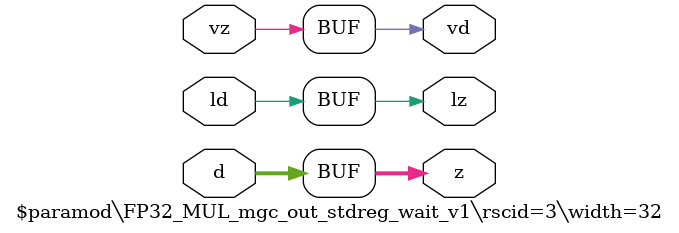
<source format=v>
module \$paramod\FP32_MUL_mgc_out_stdreg_wait_v1\rscid=3\width=32 (ld, vd, d, lz, vz, z);
  (* src = "./vmod/vlibs/HLS_fp32_mul.v:47" *)
  input [31:0] d;
  (* src = "./vmod/vlibs/HLS_fp32_mul.v:45" *)
  input ld;
  (* src = "./vmod/vlibs/HLS_fp32_mul.v:48" *)
  output lz;
  (* src = "./vmod/vlibs/HLS_fp32_mul.v:46" *)
  output vd;
  (* src = "./vmod/vlibs/HLS_fp32_mul.v:49" *)
  input vz;
  (* src = "./vmod/vlibs/HLS_fp32_mul.v:50" *)
  output [31:0] z;
  assign lz = ld;
  assign vd = vz;
  assign z = d;
endmodule

</source>
